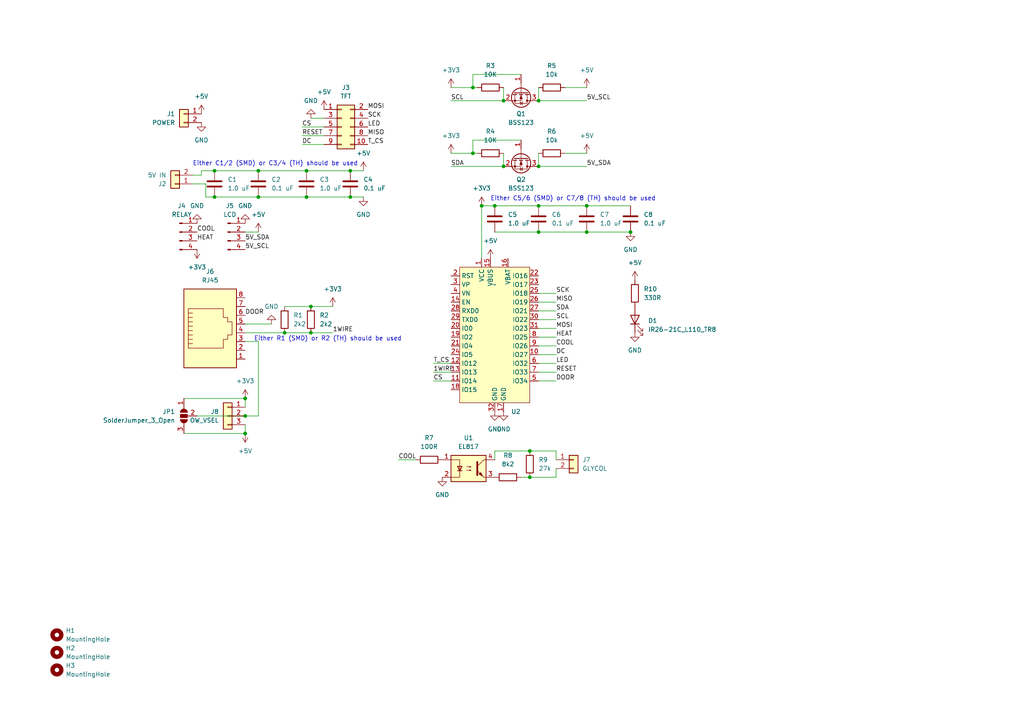
<source format=kicad_sch>
(kicad_sch (version 20230121) (generator eeschema)
  (paper "A4")
  (lib_symbols
    (symbol "Connector:Conn_01x04_Pin" (pin_names (offset 1.016) hide)
      (property "Reference" "J" (at 0 5.08 0))
      (property "Value" "Conn_01x04_Pin" (at 0 -7.62 0))
      (symbol "Conn_01x04_Pin_1_1"
        (polyline (pts (xy 1.27 -5.08) (xy 0.8636 -5.08)) (stroke (width 0.1524)))
        (polyline (pts (xy 1.27 -2.54) (xy 0.8636 -2.54)) (stroke (width 0.1524)))
        (polyline (pts (xy 1.27 0) (xy 0.8636 0)) (stroke (width 0.1524)))
        (polyline (pts (xy 1.27 2.54) (xy 0.8636 2.54)) (stroke (width 0.1524)))
        (rectangle (start 0.8636 -4.953) (end 0 -5.207) (stroke (width 0.1524)) (fill (type outline)))
        (rectangle (start 0.8636 -2.413) (end 0 -2.667) (stroke (width 0.1524)) (fill (type outline)))
        (rectangle (start 0.8636 0.127) (end 0 -0.127) (stroke (width 0.1524)) (fill (type outline)))
        (rectangle (start 0.8636 2.667) (end 0 2.413) (stroke (width 0.1524)) (fill (type outline)))
        (pin passive line (at 5.08 2.54 180) (length 3.81) (name "Pin_1") (number "1"))
        (pin passive line (at 5.08 0 180) (length 3.81) (name "Pin_2") (number "2"))
        (pin passive line (at 5.08 -2.54 180) (length 3.81) (name "Pin_3") (number "3"))
        (pin passive line (at 5.08 -5.08 180) (length 3.81) (name "Pin_4") (number "4"))
      )
    )
    (symbol "Connector:RJ45" (pin_names (offset 1.016))
      (property "Reference" "J" (at -5.08 13.97 0))
      (property "Value" "RJ45" (at 2.54 13.97 0))
      (symbol "RJ45_0_1"
        (polyline (pts (xy -5.08 4.445) (xy -6.35 4.445)))
        (polyline (pts (xy -5.08 5.715) (xy -6.35 5.715)))
        (polyline (pts (xy -6.35 -3.175) (xy -5.08 -3.175) (xy -5.08 -3.175)))
        (polyline (pts (xy -6.35 -1.905) (xy -5.08 -1.905) (xy -5.08 -1.905)))
        (polyline (pts (xy -6.35 -0.635) (xy -5.08 -0.635) (xy -5.08 -0.635)))
        (polyline (pts (xy -6.35 0.635) (xy -5.08 0.635) (xy -5.08 0.635)))
        (polyline (pts (xy -6.35 1.905) (xy -5.08 1.905) (xy -5.08 1.905)))
        (polyline (pts (xy -5.08 3.175) (xy -6.35 3.175) (xy -6.35 3.175)))
        (polyline (pts (xy -6.35 -4.445) (xy -6.35 6.985) (xy 3.81 6.985) (xy 3.81 4.445) (xy 5.08 4.445) (xy 5.08 3.175) (xy 6.35 3.175) (xy 6.35 -0.635) (xy 5.08 -0.635) (xy 5.08 -1.905) (xy 3.81 -1.905) (xy 3.81 -4.445) (xy -6.35 -4.445) (xy -6.35 -4.445)))
        (rectangle (start 7.62 12.7) (end -7.62 -10.16) (stroke (width 0.254)) (fill (type background)))
      )
      (symbol "RJ45_1_1"
        (pin passive line (at 10.16 -7.62 180) (length 2.54) (name "~") (number "1"))
        (pin passive line (at 10.16 -5.08 180) (length 2.54) (name "~") (number "2"))
        (pin passive line (at 10.16 -2.54 180) (length 2.54) (name "~") (number "3"))
        (pin passive line (at 10.16 0 180) (length 2.54) (name "~") (number "4"))
        (pin passive line (at 10.16 2.54 180) (length 2.54) (name "~") (number "5"))
        (pin passive line (at 10.16 5.08 180) (length 2.54) (name "~") (number "6"))
        (pin passive line (at 10.16 7.62 180) (length 2.54) (name "~") (number "7"))
        (pin passive line (at 10.16 10.16 180) (length 2.54) (name "~") (number "8"))
      )
    )
    (symbol "Connector_Generic:Conn_01x02" (pin_names (offset 1.016) hide)
      (property "Reference" "J" (at 0 2.54 0))
      (property "Value" "Conn_01x02" (at 0 -5.08 0))
      (symbol "Conn_01x02_1_1"
        (rectangle (start -1.27 -2.413) (end 0 -2.667) (stroke (width 0.1524)))
        (rectangle (start -1.27 0.127) (end 0 -0.127) (stroke (width 0.1524)))
        (rectangle (start -1.27 1.27) (end 1.27 -3.81) (stroke (width 0.254)) (fill (type background)))
        (pin passive line (at -5.08 0 0) (length 3.81) (name "Pin_1") (number "1"))
        (pin passive line (at -5.08 -2.54 0) (length 3.81) (name "Pin_2") (number "2"))
      )
    )
    (symbol "Connector_Generic:Conn_01x03" (pin_names (offset 1.016) hide)
      (property "Reference" "J" (at 0 5.08 0))
      (property "Value" "Conn_01x03" (at 0 -5.08 0))
      (symbol "Conn_01x03_1_1"
        (rectangle (start -1.27 -2.413) (end 0 -2.667) (stroke (width 0.1524)))
        (rectangle (start -1.27 0.127) (end 0 -0.127) (stroke (width 0.1524)))
        (rectangle (start -1.27 2.667) (end 0 2.413) (stroke (width 0.1524)))
        (rectangle (start -1.27 3.81) (end 1.27 -3.81) (stroke (width 0.254)) (fill (type background)))
        (pin passive line (at -5.08 2.54 0) (length 3.81) (name "Pin_1") (number "1"))
        (pin passive line (at -5.08 0 0) (length 3.81) (name "Pin_2") (number "2"))
        (pin passive line (at -5.08 -2.54 0) (length 3.81) (name "Pin_3") (number "3"))
      )
    )
    (symbol "Connector_Generic:Conn_02x05_Odd_Even" (pin_names (offset 1.016) hide)
      (property "Reference" "J" (at 1.27 7.62 0))
      (property "Value" "Conn_02x05_Odd_Even" (at 1.27 -7.62 0))
      (symbol "Conn_02x05_Odd_Even_1_1"
        (rectangle (start -1.27 -4.953) (end 0 -5.207) (stroke (width 0.1524)))
        (rectangle (start -1.27 -2.413) (end 0 -2.667) (stroke (width 0.1524)))
        (rectangle (start -1.27 0.127) (end 0 -0.127) (stroke (width 0.1524)))
        (rectangle (start -1.27 2.667) (end 0 2.413) (stroke (width 0.1524)))
        (rectangle (start -1.27 5.207) (end 0 4.953) (stroke (width 0.1524)))
        (rectangle (start -1.27 6.35) (end 3.81 -6.35) (stroke (width 0.254)) (fill (type background)))
        (rectangle (start 3.81 -4.953) (end 2.54 -5.207) (stroke (width 0.1524)))
        (rectangle (start 3.81 -2.413) (end 2.54 -2.667) (stroke (width 0.1524)))
        (rectangle (start 3.81 0.127) (end 2.54 -0.127) (stroke (width 0.1524)))
        (rectangle (start 3.81 2.667) (end 2.54 2.413) (stroke (width 0.1524)))
        (rectangle (start 3.81 5.207) (end 2.54 4.953) (stroke (width 0.1524)))
        (pin passive line (at -5.08 5.08 0) (length 3.81) (name "Pin_1") (number "1"))
        (pin passive line (at 7.62 -5.08 180) (length 3.81) (name "Pin_10") (number "10"))
        (pin passive line (at 7.62 5.08 180) (length 3.81) (name "Pin_2") (number "2"))
        (pin passive line (at -5.08 2.54 0) (length 3.81) (name "Pin_3") (number "3"))
        (pin passive line (at 7.62 2.54 180) (length 3.81) (name "Pin_4") (number "4"))
        (pin passive line (at -5.08 0 0) (length 3.81) (name "Pin_5") (number "5"))
        (pin passive line (at 7.62 0 180) (length 3.81) (name "Pin_6") (number "6"))
        (pin passive line (at -5.08 -2.54 0) (length 3.81) (name "Pin_7") (number "7"))
        (pin passive line (at 7.62 -2.54 180) (length 3.81) (name "Pin_8") (number "8"))
        (pin passive line (at -5.08 -5.08 0) (length 3.81) (name "Pin_9") (number "9"))
      )
    )
    (symbol "Device:C" (pin_numbers hide) (pin_names (offset 0.254))
      (property "Reference" "C" (at 0.635 2.54 0))
      (property "Value" "C" (at 0.635 -2.54 0))
      (symbol "C_0_1"
        (polyline (pts (xy -2.032 -0.762) (xy 2.032 -0.762)) (stroke (width 0.508)))
        (polyline (pts (xy -2.032 0.762) (xy 2.032 0.762)) (stroke (width 0.508)))
      )
      (symbol "C_1_1"
        (pin passive line (at 0 3.81 270) (length 2.794) (name "~") (number "1"))
        (pin passive line (at 0 -3.81 90) (length 2.794) (name "~") (number "2"))
      )
    )
    (symbol "Device:R" (pin_numbers hide) (pin_names (offset 0))
      (property "Reference" "R" (at 2.032 0 90))
      (property "Value" "R" (at 0 0 90))
      (symbol "R_0_1"
        (rectangle (start -1.016 -2.54) (end 1.016 2.54) (stroke (width 0.254)))
      )
      (symbol "R_1_1"
        (pin passive line (at 0 3.81 270) (length 1.27) (name "~") (number "1"))
        (pin passive line (at 0 -3.81 90) (length 1.27) (name "~") (number "2"))
      )
    )
    (symbol "Isolator:EL817" (pin_names (offset 1.016))
      (property "Reference" "U" (at -5.08 5.08 0))
      (property "Value" "EL817" (at 0 5.08 0))
      (symbol "EL817_0_1"
        (rectangle (start -5.08 3.81) (end 5.08 -3.81) (stroke (width 0.254)) (fill (type background)))
        (polyline (pts (xy -3.175 -0.635) (xy -1.905 -0.635)) (stroke (width 0.254)))
        (polyline (pts (xy 2.54 0.635) (xy 4.445 2.54)))
        (polyline (pts (xy 4.445 -2.54) (xy 2.54 -0.635)) (fill (type outline)))
        (polyline (pts (xy 4.445 -2.54) (xy 5.08 -2.54)))
        (polyline (pts (xy 4.445 2.54) (xy 5.08 2.54)))
        (polyline (pts (xy -5.08 2.54) (xy -2.54 2.54) (xy -2.54 -0.635)))
        (polyline (pts (xy -2.54 -0.635) (xy -2.54 -2.54) (xy -5.08 -2.54)))
        (polyline (pts (xy 2.54 1.905) (xy 2.54 -1.905) (xy 2.54 -1.905)) (stroke (width 0.508)))
        (polyline (pts (xy -2.54 -0.635) (xy -3.175 0.635) (xy -1.905 0.635) (xy -2.54 -0.635)) (stroke (width 0.254)))
        (polyline (pts (xy -0.508 -0.508) (xy 0.762 -0.508) (xy 0.381 -0.635) (xy 0.381 -0.381) (xy 0.762 -0.508)))
        (polyline (pts (xy -0.508 0.508) (xy 0.762 0.508) (xy 0.381 0.381) (xy 0.381 0.635) (xy 0.762 0.508)))
        (polyline (pts (xy 3.048 -1.651) (xy 3.556 -1.143) (xy 4.064 -2.159) (xy 3.048 -1.651) (xy 3.048 -1.651)) (fill (type outline)))
      )
      (symbol "EL817_1_1"
        (pin passive line (at -7.62 2.54 0) (length 2.54) (name "~") (number "1"))
        (pin passive line (at -7.62 -2.54 0) (length 2.54) (name "~") (number "2"))
        (pin passive line (at 7.62 -2.54 180) (length 2.54) (name "~") (number "3"))
        (pin passive line (at 7.62 2.54 180) (length 2.54) (name "~") (number "4"))
      )
    )
    (symbol "Jumper:SolderJumper_3_Open" (pin_names (offset 0) hide)
      (property "Reference" "JP" (at -2.54 -2.54 0))
      (property "Value" "SolderJumper_3_Open" (at 0 2.794 0))
      (symbol "SolderJumper_3_Open_0_1"
        (arc (start -1.016 1.016) (mid -2.0276 0) (end -1.016 -1.016))
        (arc (start -1.016 1.016) (mid -2.0276 0) (end -1.016 -1.016) (fill (type outline)))
        (rectangle (start -0.508 1.016) (end 0.508 -1.016) (fill (type outline)))
        (polyline (pts (xy -2.54 0) (xy -2.032 0)))
        (polyline (pts (xy -1.016 1.016) (xy -1.016 -1.016)))
        (polyline (pts (xy 0 -1.27) (xy 0 -1.016)))
        (polyline (pts (xy 1.016 1.016) (xy 1.016 -1.016)))
        (polyline (pts (xy 2.54 0) (xy 2.032 0)))
        (arc (start 1.016 -1.016) (mid 2.0276 0) (end 1.016 1.016))
        (arc (start 1.016 -1.016) (mid 2.0276 0) (end 1.016 1.016) (fill (type outline)))
      )
      (symbol "SolderJumper_3_Open_1_1"
        (pin passive line (at -5.08 0 0) (length 2.54) (name "A") (number "1"))
        (pin passive line (at 0 -3.81 90) (length 2.54) (name "C") (number "2"))
        (pin passive line (at 5.08 0 180) (length 2.54) (name "B") (number "3"))
      )
    )
    (symbol "LED:IR26-21C_L110_TR8" (pin_numbers hide) (pin_names (offset 1.016) hide)
      (property "Reference" "D" (at 0 2.54 0))
      (property "Value" "IR26-21C_L110_TR8" (at 0 -3.81 0))
      (symbol "IR26-21C_L110_TR8_0_1"
        (polyline (pts (xy -1.27 -1.27) (xy -1.27 1.27)) (stroke (width 0.254)))
        (polyline (pts (xy -1.27 0) (xy 1.27 0)))
        (polyline (pts (xy 1.27 -1.27) (xy 1.27 1.27) (xy -1.27 0) (xy 1.27 -1.27)) (stroke (width 0.254)))
        (polyline (pts (xy -3.048 -0.762) (xy -4.572 -2.286) (xy -3.81 -2.286) (xy -4.572 -2.286) (xy -4.572 -1.524)))
        (polyline (pts (xy -1.778 -0.762) (xy -3.302 -2.286) (xy -2.54 -2.286) (xy -3.302 -2.286) (xy -3.302 -1.524)))
      )
      (symbol "IR26-21C_L110_TR8_1_1"
        (pin passive line (at -3.81 0 0) (length 2.54) (name "K") (number "1"))
        (pin passive line (at 3.81 0 180) (length 2.54) (name "A") (number "2"))
      )
    )
    (symbol "MCU_Lolin_D32:Lolin_D32"
      (property "Reference" "U" (at 0 21.59 0))
      (symbol "Lolin_D32_1_1"
        (rectangle (start -10.16 19.05) (end 10.16 -20.32) (fill (type background)))
        (pin power_in line (at -3.81 21.59 270) (length 2.54) (name "VCC") (number "1"))
        (pin bidirectional line (at 12.7 -6.35 180) (length 2.54) (name "IO27") (number "10"))
        (pin bidirectional line (at -12.7 -13.97 0) (length 2.54) (name "IO14") (number "11"))
        (pin bidirectional line (at -12.7 -8.89 0) (length 2.54) (name "IO12") (number "12"))
        (pin bidirectional line (at -12.7 -11.43 0) (length 2.54) (name "IO13") (number "13"))
        (pin input line (at -12.7 8.89 0) (length 2.54) (name "EN") (number "14"))
        (pin power_in line (at -1.27 21.59 270) (length 2.54) (name "VBUS") (number "15"))
        (pin power_in line (at 3.81 21.59 270) (length 2.54) (name "VBAT") (number "16"))
        (pin power_in line (at 2.54 -22.86 90) (length 2.54) (name "GND") (number "17"))
        (pin bidirectional line (at -12.7 -16.51 0) (length 2.54) (name "IO15") (number "18"))
        (pin bidirectional line (at -12.7 -1.27 0) (length 2.54) (name "IO2") (number "19"))
        (pin input line (at -12.7 16.51 0) (length 2.54) (name "RST") (number "2"))
        (pin bidirectional line (at -12.7 1.27 0) (length 2.54) (name "IO0") (number "20"))
        (pin bidirectional line (at -12.7 -3.81 0) (length 2.54) (name "IO4") (number "21"))
        (pin bidirectional line (at 12.7 16.51 180) (length 2.54) (name "IO16") (number "22"))
        (pin bidirectional line (at 12.7 13.97 180) (length 2.54) (name "IO17") (number "23"))
        (pin bidirectional line (at -12.7 -6.35 0) (length 2.54) (name "IO5") (number "24"))
        (pin bidirectional line (at 12.7 11.43 180) (length 2.54) (name "IO18") (number "25"))
        (pin bidirectional line (at 12.7 8.89 180) (length 2.54) (name "IO19") (number "26"))
        (pin bidirectional line (at 12.7 6.35 180) (length 2.54) (name "IO21") (number "27"))
        (pin input line (at -12.7 6.35 0) (length 2.54) (name "RXD0") (number "28"))
        (pin output line (at -12.7 3.81 0) (length 2.54) (name "TXD0") (number "29"))
        (pin input line (at -12.7 13.97 0) (length 2.54) (name "VP") (number "3"))
        (pin bidirectional line (at 12.7 3.81 180) (length 2.54) (name "IO22") (number "30"))
        (pin bidirectional line (at 12.7 1.27 180) (length 2.54) (name "IO23") (number "31"))
        (pin power_in line (at 0 -22.86 90) (length 2.54) (name "GND") (number "32"))
        (pin input line (at -12.7 11.43 0) (length 2.54) (name "VN") (number "4"))
        (pin bidirectional line (at 12.7 -13.97 180) (length 2.54) (name "IO34") (number "5"))
        (pin bidirectional line (at 12.7 -8.89 180) (length 2.54) (name "IO32") (number "6"))
        (pin bidirectional line (at 12.7 -11.43 180) (length 2.54) (name "IO33") (number "7"))
        (pin bidirectional line (at 12.7 -1.27 180) (length 2.54) (name "IO25") (number "8"))
        (pin bidirectional line (at 12.7 -3.81 180) (length 2.54) (name "IO26") (number "9"))
      )
    )
    (symbol "Mechanical:MountingHole" (pin_names (offset 1.016))
      (property "Reference" "H" (at 0 5.08 0))
      (property "Value" "MountingHole" (at 0 3.175 0))
      (symbol "MountingHole_0_1"
        (circle (center 0 0) (radius 1.27) (stroke (width 1.27)))
      )
    )
    (symbol "Transistor_FET:BSS123" (pin_names hide)
      (property "Reference" "Q" (at 5.08 1.905 0))
      (property "Value" "BSS123" (at 5.08 0 0))
      (symbol "BSS123_0_1"
        (polyline (pts (xy 0.254 0) (xy -2.54 0)))
        (polyline (pts (xy 0.254 1.905) (xy 0.254 -1.905)) (stroke (width 0.254)))
        (polyline (pts (xy 0.762 -1.27) (xy 0.762 -2.286)) (stroke (width 0.254)))
        (polyline (pts (xy 0.762 0.508) (xy 0.762 -0.508)) (stroke (width 0.254)))
        (polyline (pts (xy 0.762 2.286) (xy 0.762 1.27)) (stroke (width 0.254)))
        (polyline (pts (xy 2.54 2.54) (xy 2.54 1.778)))
        (polyline (pts (xy 2.54 -2.54) (xy 2.54 0) (xy 0.762 0)))
        (polyline (pts (xy 0.762 -1.778) (xy 3.302 -1.778) (xy 3.302 1.778) (xy 0.762 1.778)))
        (polyline (pts (xy 1.016 0) (xy 2.032 0.381) (xy 2.032 -0.381) (xy 1.016 0)) (fill (type outline)))
        (polyline (pts (xy 2.794 0.508) (xy 2.921 0.381) (xy 3.683 0.381) (xy 3.81 0.254)))
        (polyline (pts (xy 3.302 0.381) (xy 2.921 -0.254) (xy 3.683 -0.254) (xy 3.302 0.381)))
        (circle (center 1.651 0) (radius 2.794) (stroke (width 0.254)))
        (circle (center 2.54 -1.778) (radius 0.254) (fill (type outline)))
        (circle (center 2.54 1.778) (radius 0.254) (fill (type outline)))
      )
      (symbol "BSS123_1_1"
        (pin input line (at -5.08 0 0) (length 2.54) (name "G") (number "1"))
        (pin passive line (at 2.54 -5.08 90) (length 2.54) (name "S") (number "2"))
        (pin passive line (at 2.54 5.08 270) (length 2.54) (name "D") (number "3"))
      )
    )
    (symbol "power:+3V3" (power) (pin_names (offset 0))
      (property "Value" "+3V3" (at 0 3.556 0))
      (symbol "+3V3_0_1"
        (polyline (pts (xy -0.762 1.27) (xy 0 2.54)))
        (polyline (pts (xy 0 0) (xy 0 2.54)))
        (polyline (pts (xy 0 2.54) (xy 0.762 1.27)))
      )
      (symbol "+3V3_1_1"
        (pin power_in line (at 0 0 90) (length 0) hide (name "+3V3") (number "1"))
      )
    )
    (symbol "power:+5V" (power) (pin_names (offset 0))
      (property "Value" "+5V" (at 0 3.556 0))
      (symbol "+5V_0_1"
        (polyline (pts (xy -0.762 1.27) (xy 0 2.54)))
        (polyline (pts (xy 0 0) (xy 0 2.54)))
        (polyline (pts (xy 0 2.54) (xy 0.762 1.27)))
      )
      (symbol "+5V_1_1"
        (pin power_in line (at 0 0 90) (length 0) hide (name "+5V") (number "1"))
      )
    )
    (symbol "power:GND" (power) (pin_names (offset 0))
      (property "Value" "GND" (at 0 -3.81 0))
      (symbol "GND_0_1"
        (polyline (pts (xy 0 0) (xy 0 -1.27) (xy 1.27 -1.27) (xy 0 -2.54) (xy -1.27 -1.27) (xy 0 -1.27)))
      )
      (symbol "GND_1_1"
        (pin power_in line (at 0 0 270) (length 0) hide (name "GND") (number "1"))
      )
    )
  )
  (junction (at 71.12 125.73))
  (junction (at 153.67 130.81))
  (junction (at 170.18 67.31))
  (junction (at 143.51 59.69))
  (junction (at 101.6 57.15))
  (junction (at 74.93 49.53))
  (junction (at 156.21 29.21))
  (junction (at 170.18 59.69))
  (junction (at 146.05 29.21))
  (junction (at 88.9 57.15))
  (junction (at 62.23 57.15))
  (junction (at 90.17 88.9))
  (junction (at 101.6 49.53))
  (junction (at 153.67 138.43))
  (junction (at 182.88 67.31))
  (junction (at 146.05 48.26))
  (junction (at 88.9 49.53))
  (junction (at 156.21 59.69))
  (junction (at 139.7 59.69))
  (junction (at 156.21 48.26))
  (junction (at 156.21 67.31))
  (junction (at 71.12 120.65))
  (junction (at 82.55 96.52))
  (junction (at 71.12 115.57))
  (junction (at 137.16 44.45))
  (junction (at 74.93 57.15))
  (junction (at 137.16 25.4))
  (junction (at 90.17 96.52))
  (junction (at 62.23 49.53))
  (wire (pts (xy 182.88 67.31) (xy 170.18 67.31)))
  (wire (pts (xy 88.9 57.15) (xy 74.93 57.15)))
  (wire (pts (xy 71.12 115.57) (xy 71.12 118.11)))
  (wire (pts (xy 156.21 29.21) (xy 170.18 29.21)))
  (wire (pts (xy 139.7 59.69) (xy 143.51 59.69)))
  (wire (pts (xy 156.21 100.33) (xy 161.29 100.33)))
  (wire (pts (xy 137.16 44.45) (xy 137.16 40.64)))
  (wire (pts (xy 156.21 102.87) (xy 161.29 102.87)))
  (wire (pts (xy 137.16 40.64) (xy 151.13 40.64)))
  (wire (pts (xy 156.21 97.79) (xy 161.29 97.79)))
  (wire (pts (xy 137.16 44.45) (xy 138.43 44.45)))
  (wire (pts (xy 87.63 36.83) (xy 93.98 36.83)))
  (wire (pts (xy 58.42 50.8) (xy 58.42 49.53)))
  (wire (pts (xy 71.12 120.65) (xy 74.93 120.65)))
  (wire (pts (xy 74.93 99.06) (xy 71.12 99.06)))
  (wire (pts (xy 170.18 59.69) (xy 156.21 59.69)))
  (wire (pts (xy 146.05 25.4) (xy 146.05 29.21)))
  (wire (pts (xy 137.16 25.4) (xy 137.16 21.59)))
  (wire (pts (xy 105.41 57.15) (xy 101.6 57.15)))
  (wire (pts (xy 153.67 138.43) (xy 161.29 138.43)))
  (wire (pts (xy 146.05 44.45) (xy 146.05 48.26)))
  (wire (pts (xy 71.12 125.73) (xy 71.12 123.19)))
  (wire (pts (xy 59.69 57.15) (xy 59.69 53.34)))
  (wire (pts (xy 62.23 49.53) (xy 74.93 49.53)))
  (wire (pts (xy 156.21 92.71) (xy 161.29 92.71)))
  (wire (pts (xy 90.17 96.52) (xy 96.52 96.52)))
  (wire (pts (xy 151.13 138.43) (xy 153.67 138.43)))
  (wire (pts (xy 156.21 25.4) (xy 156.21 29.21)))
  (wire (pts (xy 156.21 85.09) (xy 161.29 85.09)))
  (wire (pts (xy 125.73 105.41) (xy 130.81 105.41)))
  (wire (pts (xy 90.17 34.29) (xy 93.98 34.29)))
  (wire (pts (xy 156.21 107.95) (xy 161.29 107.95)))
  (wire (pts (xy 82.55 96.52) (xy 90.17 96.52)))
  (wire (pts (xy 101.6 57.15) (xy 88.9 57.15)))
  (wire (pts (xy 130.81 48.26) (xy 146.05 48.26)))
  (wire (pts (xy 156.21 105.41) (xy 161.29 105.41)))
  (wire (pts (xy 90.17 88.9) (xy 96.52 88.9)))
  (wire (pts (xy 163.83 44.45) (xy 170.18 44.45)))
  (wire (pts (xy 156.21 48.26) (xy 170.18 48.26)))
  (wire (pts (xy 71.12 120.65) (xy 57.15 120.65)))
  (wire (pts (xy 125.73 107.95) (xy 130.81 107.95)))
  (wire (pts (xy 71.12 96.52) (xy 82.55 96.52)))
  (wire (pts (xy 53.34 115.57) (xy 71.12 115.57)))
  (wire (pts (xy 130.81 25.4) (xy 137.16 25.4)))
  (wire (pts (xy 161.29 138.43) (xy 161.29 135.89)))
  (wire (pts (xy 139.7 59.69) (xy 139.7 74.93)))
  (wire (pts (xy 71.12 93.98) (xy 78.74 93.98)))
  (wire (pts (xy 53.34 125.73) (xy 71.12 125.73)))
  (wire (pts (xy 137.16 21.59) (xy 151.13 21.59)))
  (wire (pts (xy 153.67 130.81) (xy 161.29 130.81)))
  (wire (pts (xy 156.21 90.17) (xy 161.29 90.17)))
  (wire (pts (xy 88.9 49.53) (xy 74.93 49.53)))
  (wire (pts (xy 82.55 88.9) (xy 90.17 88.9)))
  (wire (pts (xy 115.57 133.35) (xy 120.65 133.35)))
  (wire (pts (xy 71.12 67.31) (xy 74.93 67.31)))
  (wire (pts (xy 101.6 49.53) (xy 88.9 49.53)))
  (wire (pts (xy 156.21 87.63) (xy 161.29 87.63)))
  (wire (pts (xy 58.42 49.53) (xy 62.23 49.53)))
  (wire (pts (xy 163.83 25.4) (xy 170.18 25.4)))
  (wire (pts (xy 55.88 50.8) (xy 58.42 50.8)))
  (wire (pts (xy 161.29 130.81) (xy 161.29 133.35)))
  (wire (pts (xy 105.41 49.53) (xy 101.6 49.53)))
  (wire (pts (xy 143.51 133.35) (xy 143.51 130.81)))
  (wire (pts (xy 130.81 44.45) (xy 137.16 44.45)))
  (wire (pts (xy 170.18 67.31) (xy 156.21 67.31)))
  (wire (pts (xy 182.88 59.69) (xy 170.18 59.69)))
  (wire (pts (xy 156.21 44.45) (xy 156.21 48.26)))
  (wire (pts (xy 55.88 53.34) (xy 59.69 53.34)))
  (wire (pts (xy 87.63 41.91) (xy 93.98 41.91)))
  (wire (pts (xy 156.21 95.25) (xy 161.29 95.25)))
  (wire (pts (xy 143.51 130.81) (xy 153.67 130.81)))
  (wire (pts (xy 125.73 110.49) (xy 130.81 110.49)))
  (wire (pts (xy 87.63 39.37) (xy 93.98 39.37)))
  (wire (pts (xy 130.81 29.21) (xy 146.05 29.21)))
  (wire (pts (xy 143.51 59.69) (xy 156.21 59.69)))
  (wire (pts (xy 156.21 110.49) (xy 161.29 110.49)))
  (wire (pts (xy 62.23 57.15) (xy 74.93 57.15)))
  (wire (pts (xy 137.16 25.4) (xy 138.43 25.4)))
  (wire (pts (xy 74.93 120.65) (xy 74.93 99.06)))
  (wire (pts (xy 143.51 67.31) (xy 156.21 67.31)))
  (wire (pts (xy 62.23 57.15) (xy 59.69 57.15)))
  (text "Either C1/2 (SMD) or C3/4 (TH) should be used" (at 55.88 48.26 0) (effects (font (size 1.27 1.27)) (justify left bottom)))
  (text "Either R1 (SMD) or R2 (TH) should be used" (at 73.66 99.06 0) (effects (font (size 1.27 1.27)) (justify left bottom)))
  (text "Either C5/6 (SMD) or C7/8 (TH) should be used" (at 142.24 58.42 0) (effects (font (size 1.27 1.27)) (justify left bottom)))
  (label "T_CS" (at 125.73 105.41 0))
  (label "HEAT" (at 161.29 97.79 0))
  (label "SCL" (at 130.81 29.21 0))
  (label "T_CS" (at 106.68 41.91 0))
  (label "MOSI" (at 106.68 31.75 0))
  (label "HEAT" (at 57.15 69.85 0))
  (label "COOL" (at 57.15 67.31 0))
  (label "SCL" (at 161.29 92.71 0))
  (label "LED" (at 106.68 36.83 0))
  (label "COOL" (at 161.29 100.33 0))
  (label "DOOR" (at 161.29 110.49 0))
  (label "1WIRE" (at 96.52 96.52 0))
  (label "5V_SCL" (at 71.12 72.39 0))
  (label "5V_SCL" (at 170.18 29.21 0))
  (label "MOSI" (at 161.29 95.25 0))
  (label "CS" (at 87.63 36.83 0))
  (label "COOL" (at 115.57 133.35 0))
  (label "1WIRE" (at 125.73 107.95 0))
  (label "DC" (at 161.29 102.87 0))
  (label "DC" (at 87.63 41.91 0))
  (label "SCK" (at 161.29 85.09 0))
  (label "MISO" (at 106.68 39.37 0))
  (label "SDA" (at 130.81 48.26 0))
  (label "LED" (at 161.29 105.41 0))
  (label "DOOR" (at 71.12 91.44 0))
  (label "5V_SDA" (at 170.18 48.26 0))
  (label "MISO" (at 161.29 87.63 0))
  (label "SDA" (at 161.29 90.17 0))
  (label "SCK" (at 106.68 34.29 0))
  (label "RESET" (at 161.29 107.95 0))
  (label "5V_SDA" (at 71.12 69.85 0))
  (label "CS" (at 125.73 110.49 0))
  (label "RESET" (at 87.63 39.37 0))
  (symbol (lib_id "power:+5V") (at 105.41 49.53 0) (mirror y) (unit 1)
    (property "Reference" "#PWR02" (effects hide))
    (property "Value" "+5V" (at 105.41 44.45 0))
  )
  (symbol (lib_id "power:GND") (at 57.15 64.77 0) (mirror x) (unit 1)
    (property "Reference" "#PWR08" (effects hide))
    (property "Value" "GND" (at 57.15 59.69 0))
  )
  (symbol (lib_id "Mechanical:MountingHole") (at 16.51 189.23 0) (unit 1)
    (property "Reference" "H2" (at 19.05 187.96 0) (effects (justify left)))
    (property "Value" "MountingHole" (at 19.05 190.5 0) (effects (justify left)))
    (property "Footprint" "MountingHole:MountingHole_3.2mm_M3" (effects hide))
  )
  (symbol (lib_id "power:+5V") (at 71.12 125.73 0) (mirror x) (unit 1)
    (property "Reference" "#PWR020" (effects hide))
    (property "Value" "+5V" (at 71.12 130.81 0))
  )
  (symbol (lib_id "Device:C") (at 156.21 63.5 0) (unit 1)
    (property "Reference" "C6" (at 160.02 62.23 0) (effects (justify left)))
    (property "Value" "0.1 uF" (at 160.02 64.77 0) (effects (justify left)))
    (property "Footprint" "Capacitor_SMD:C_0805_2012Metric_Pad1.18x1.45mm_HandSolder" (effects hide))
    (property "LCSC" "C49678" (effects hide))
  )
  (symbol (lib_id "power:+5V") (at 142.24 74.93 0) (mirror y) (unit 1)
    (property "Reference" "#PWR023" (effects hide))
    (property "Value" "+5V" (at 142.24 69.85 0))
  )
  (symbol (lib_id "power:+3V3") (at 130.81 44.45 0) (unit 1)
    (property "Reference" "#PWR015" (effects hide))
    (property "Value" "+3V3" (at 130.81 39.37 0))
  )
  (symbol (lib_id "power:+3V3") (at 71.12 115.57 0) (mirror y) (unit 1)
    (property "Reference" "#PWR019" (effects hide))
    (property "Value" "+3V3" (at 71.12 110.49 0))
  )
  (symbol (lib_id "Connector:Conn_01x04_Pin") (at 52.07 67.31 0) (unit 1)
    (property "Reference" "J4" (at 52.705 59.69 0))
    (property "Value" "RELAY" (at 52.705 62.23 0))
    (property "Footprint" "Connector_PinHeader_2.54mm:PinHeader_1x04_P2.54mm_Vertical" (effects hide))
  )
  (symbol (lib_id "power:+5V") (at 74.93 67.31 0) (unit 1)
    (property "Reference" "#PWR011" (effects hide))
    (property "Value" "+5V" (at 74.93 62.23 0))
  )
  (symbol (lib_id "power:GND") (at 78.74 93.98 0) (mirror x) (unit 1)
    (property "Reference" "#PWR012" (effects hide))
    (property "Value" "GND" (at 78.74 88.9 0))
  )
  (symbol (lib_id "Connector:Conn_01x04_Pin") (at 66.04 67.31 0) (unit 1)
    (property "Reference" "J5" (at 66.675 59.69 0))
    (property "Value" "LCD" (at 66.675 62.23 0))
    (property "Footprint" "Connector_PinHeader_2.54mm:PinHeader_1x04_P2.54mm_Vertical" (effects hide))
  )
  (symbol (lib_id "Transistor_FET:BSS123") (at 151.13 26.67 270) (unit 1)
    (property "Reference" "Q1" (at 151.13 33.02 90))
    (property "Value" "BSS123" (at 151.13 35.56 90))
    (property "Footprint" "Package_TO_SOT_SMD:SOT-23-3" (effects hide))
    (property "Datasheet" "http://www.diodes.com/assets/Datasheets/ds30366.pdf" (effects hide))
    (property "LCSC" "C7420338" (effects hide))
  )
  (symbol (lib_id "Device:C") (at 101.6 53.34 0) (unit 1)
    (property "Reference" "C4" (at 105.41 52.07 0) (effects (justify left)))
    (property "Value" "0.1 uF" (at 105.41 54.61 0) (effects (justify left)))
    (property "Footprint" "Capacitor_THT:C_Disc_D3.0mm_W1.6mm_P2.50mm" (effects hide))
  )
  (symbol (lib_id "Isolator:EL817") (at 135.89 135.89 0) (unit 1)
    (property "Reference" "U1" (at 135.89 127 0))
    (property "Value" "EL817" (at 135.89 129.54 0))
    (property "Footprint" "PCM_Package_DIP_AKL:DIP-4_W8.89mm_SMDSocket_LongPads" (effects hide))
    (property "Datasheet" "http://www.everlight.com/file/ProductFile/EL817.pdf" (effects hide))
    (property "LCSC" "C106900" (effects hide))
  )
  (symbol (lib_id "power:+5V") (at 93.98 31.75 0) (unit 1)
    (property "Reference" "#PWR03" (effects hide))
    (property "Value" "+5V" (at 93.98 26.67 0))
  )
  (symbol (lib_id "power:+5V") (at 170.18 25.4 0) (unit 1)
    (property "Reference" "#PWR014" (effects hide))
    (property "Value" "+5V" (at 170.18 20.32 0))
  )
  (symbol (lib_id "Mechanical:MountingHole") (at 16.51 194.31 0) (unit 1)
    (property "Reference" "H3" (at 19.05 193.04 0) (effects (justify left)))
    (property "Value" "MountingHole" (at 19.05 195.58 0) (effects (justify left)))
    (property "Footprint" "MountingHole:MountingHole_3.2mm_M3" (effects hide))
  )
  (symbol (lib_id "Device:R") (at 184.15 85.09 0) (unit 1)
    (property "Reference" "R10" (at 186.69 83.82 0) (effects (justify left)))
    (property "Value" "330R" (at 186.69 86.36 0) (effects (justify left)))
    (property "Footprint" "Resistor_SMD:R_0805_2012Metric_Pad1.20x1.40mm_HandSolder" (effects hide))
    (property "LCSC" "C17630" (effects hide))
  )
  (symbol (lib_id "power:GND") (at 143.51 119.38 0) (mirror y) (unit 1)
    (property "Reference" "#PWR021" (effects hide))
    (property "Value" "GND" (at 143.51 124.46 0))
  )
  (symbol (lib_id "MCU_Lolin_D32:Lolin_D32") (at 143.51 96.52 0) (unit 1)
    (property "Reference" "U2" (at 148.2441 119.38 0) (effects (justify left)))
    (property "Value" "~" (at 143.51 82.55 0))
    (property "Footprint" "MCU_Lolin_D32:Lolin_D32" (effects hide))
  )
  (symbol (lib_id "power:+3V3") (at 139.7 59.69 0) (unit 1)
    (property "Reference" "#PWR04" (effects hide))
    (property "Value" "+3V3" (at 139.7 54.61 0))
  )
  (symbol (lib_id "Connector_Generic:Conn_01x03") (at 66.04 120.65 0) (mirror y) (unit 1)
    (property "Reference" "J8" (at 63.5 119.38 0) (effects (justify left)))
    (property "Value" "OW_VSEL" (at 63.5 121.92 0) (effects (justify left)))
    (property "Footprint" "Connector_PinHeader_2.54mm:PinHeader_1x03_P2.54mm_Vertical" (effects hide))
  )
  (symbol (lib_id "power:GND") (at 146.05 119.38 0) (mirror y) (unit 1)
    (property "Reference" "#PWR022" (effects hide))
    (property "Value" "GND" (at 146.05 124.46 0))
  )
  (symbol (lib_id "Device:R") (at 160.02 44.45 90) (unit 1)
    (property "Reference" "R6" (at 160.02 38.1 90))
    (property "Value" "10k" (at 160.02 40.64 90))
    (property "Footprint" "PCM_Resistor_SMD_AKL:R_0805_2012Metric_Pad1.15x1.40mm_HandSolder" (effects hide))
    (property "LCSC" "C17414" (effects hide))
  )
  (symbol (lib_id "Mechanical:MountingHole") (at 16.51 184.15 0) (unit 1)
    (property "Reference" "H1" (at 19.05 182.88 0) (effects (justify left)))
    (property "Value" "MountingHole" (at 19.05 185.42 0) (effects (justify left)))
    (property "Footprint" "MountingHole:MountingHole_3.2mm_M3" (effects hide))
  )
  (symbol (lib_id "Device:R") (at 142.24 44.45 90) (unit 1)
    (property "Reference" "R4" (at 142.24 38.1 90))
    (property "Value" "10K" (at 142.24 40.64 90))
    (property "Footprint" "PCM_Resistor_SMD_AKL:R_0805_2012Metric_Pad1.15x1.40mm_HandSolder" (effects hide))
    (property "LCSC" "C17414" (effects hide))
  )
  (symbol (lib_id "power:GND") (at 184.15 96.52 0) (mirror y) (unit 1)
    (property "Reference" "#PWR026" (effects hide))
    (property "Value" "GND" (at 184.15 101.6 0))
  )
  (symbol (lib_id "Device:R") (at 160.02 25.4 90) (unit 1)
    (property "Reference" "R5" (at 160.02 19.05 90))
    (property "Value" "10k" (at 160.02 21.59 90))
    (property "Footprint" "PCM_Resistor_SMD_AKL:R_0805_2012Metric_Pad1.15x1.40mm_HandSolder" (effects hide))
    (property "LCSC" "C17414" (effects hide))
  )
  (symbol (lib_id "Device:C") (at 74.93 53.34 0) (unit 1)
    (property "Reference" "C2" (at 78.74 52.07 0) (effects (justify left)))
    (property "Value" "0.1 uF" (at 78.74 54.61 0) (effects (justify left)))
    (property "Footprint" "Capacitor_SMD:C_0805_2012Metric_Pad1.18x1.45mm_HandSolder" (effects hide))
    (property "LCSC" "C49678" (effects hide))
  )
  (symbol (lib_id "power:GND") (at 58.42 35.56 0) (mirror y) (unit 1)
    (property "Reference" "#PWR06" (effects hide))
    (property "Value" "GND" (at 58.42 40.64 0))
  )
  (symbol (lib_id "Device:C") (at 88.9 53.34 0) (unit 1)
    (property "Reference" "C3" (at 92.71 52.07 0) (effects (justify left)))
    (property "Value" "1.0 uF" (at 92.71 54.61 0) (effects (justify left)))
    (property "Footprint" "Capacitor_THT:C_Disc_D3.0mm_W1.6mm_P2.50mm" (effects hide))
  )
  (symbol (lib_id "power:GND") (at 128.27 138.43 0) (unit 1)
    (property "Reference" "#PWR018" (effects hide))
    (property "Value" "GND" (at 128.27 143.51 0))
  )
  (symbol (lib_id "power:+5V") (at 58.42 33.02 0) (mirror y) (unit 1)
    (property "Reference" "#PWR01" (effects hide))
    (property "Value" "+5V" (at 58.42 27.94 0))
  )
  (symbol (lib_id "Jumper:SolderJumper_3_Open") (at 53.34 120.65 90) (mirror x) (unit 1)
    (property "Reference" "JP1" (at 50.8 119.38 90) (effects (justify left)))
    (property "Value" "SolderJumper_3_Open" (at 50.8 121.92 90) (effects (justify left)))
    (property "Footprint" "Jumper:SolderJumper-3_P1.3mm_Open_RoundedPad1.0x1.5mm" (effects hide))
  )
  (symbol (lib_id "Device:C") (at 182.88 63.5 0) (unit 1)
    (property "Reference" "C8" (at 186.69 62.23 0) (effects (justify left)))
    (property "Value" "0.1 uF" (at 186.69 64.77 0) (effects (justify left)))
    (property "Footprint" "Capacitor_THT:C_Disc_D3.0mm_W1.6mm_P2.50mm" (effects hide))
  )
  (symbol (lib_id "Device:R") (at 153.67 134.62 180) (unit 1)
    (property "Reference" "R9" (at 156.21 133.35 0) (effects (justify right)))
    (property "Value" "27k" (at 156.21 135.89 0) (effects (justify right)))
    (property "Footprint" "PCM_Resistor_SMD_AKL:R_0805_2012Metric_Pad1.15x1.40mm_HandSolder" (effects hide))
    (property "LCSC" "C17593" (effects hide))
  )
  (symbol (lib_id "Connector:RJ45") (at 60.96 96.52 0) (unit 1)
    (property "Reference" "J6" (at 60.96 78.74 0))
    (property "Value" "RJ45" (at 60.96 81.28 0))
    (property "Footprint" "Connector_RJ:RJ45_Amphenol_54602-x08_Horizontal" (effects hide))
    (property "LCSC" "C3000202" (effects hide))
  )
  (symbol (lib_id "power:+5V") (at 170.18 44.45 0) (unit 1)
    (property "Reference" "#PWR016" (effects hide))
    (property "Value" "+5V" (at 170.18 39.37 0))
  )
  (symbol (lib_id "Device:R") (at 142.24 25.4 90) (unit 1)
    (property "Reference" "R3" (at 142.24 19.05 90))
    (property "Value" "10K" (at 142.24 21.59 90))
    (property "Footprint" "PCM_Resistor_SMD_AKL:R_0805_2012Metric_Pad1.15x1.40mm_HandSolder" (effects hide))
    (property "LCSC" "C17414" (effects hide))
  )
  (symbol (lib_id "Transistor_FET:BSS123") (at 151.13 45.72 270) (unit 1)
    (property "Reference" "Q2" (at 151.13 52.07 90))
    (property "Value" "BSS123" (at 151.13 54.61 90))
    (property "Footprint" "Package_TO_SOT_SMD:SOT-23-3" (effects hide))
    (property "Datasheet" "http://www.diodes.com/assets/Datasheets/ds30366.pdf" (effects hide))
    (property "LCSC" "C7420338" (effects hide))
  )
  (symbol (lib_id "Connector_Generic:Conn_01x02") (at 166.37 133.35 0) (unit 1)
    (property "Reference" "J7" (at 168.91 133.35 0) (effects (justify left)))
    (property "Value" "GLYCOL" (at 168.91 135.89 0) (effects (justify left)))
    (property "Footprint" "Connector_PinHeader_2.54mm:PinHeader_1x02_P2.54mm_Vertical" (effects hide))
  )
  (symbol (lib_id "power:GND") (at 105.41 57.15 0) (mirror y) (unit 1)
    (property "Reference" "#PWR05" (effects hide))
    (property "Value" "GND" (at 105.41 62.23 0))
  )
  (symbol (lib_id "Device:R") (at 147.32 138.43 90) (unit 1)
    (property "Reference" "R8" (at 147.32 132.08 90))
    (property "Value" "8k2" (at 147.32 134.62 90))
    (property "Footprint" "PCM_Resistor_SMD_AKL:R_0805_2012Metric_Pad1.15x1.40mm_HandSolder" (effects hide))
    (property "LCSC" "C17828" (effects hide))
  )
  (symbol (lib_id "Device:R") (at 124.46 133.35 90) (unit 1)
    (property "Reference" "R7" (at 124.46 127 90))
    (property "Value" "100R" (at 124.46 129.54 90))
    (property "Footprint" "PCM_Resistor_SMD_AKL:R_0805_2012Metric_Pad1.15x1.40mm_HandSolder" (effects hide))
    (property "LCSC" "C17408" (effects hide))
  )
  (symbol (lib_id "Device:C") (at 62.23 53.34 0) (unit 1)
    (property "Reference" "C1" (at 66.04 52.07 0) (effects (justify left)))
    (property "Value" "1.0 uF" (at 66.04 54.61 0) (effects (justify left)))
    (property "Footprint" "Capacitor_SMD:C_0805_2012Metric_Pad1.18x1.45mm_HandSolder" (effects hide))
    (property "LCSC" "C28323" (effects hide))
  )
  (symbol (lib_id "power:+5V") (at 184.15 81.28 0) (unit 1)
    (property "Reference" "#PWR025" (effects hide))
    (property "Value" "+5V" (at 184.15 76.2 0))
  )
  (symbol (lib_id "Device:R") (at 90.17 92.71 0) (unit 1)
    (property "Reference" "R2" (at 92.71 91.44 0) (effects (justify left)))
    (property "Value" "2k2" (at 92.71 93.98 0) (effects (justify left)))
    (property "Footprint" "PCM_Resistor_THT_AKL:R_Axial_DIN0204_L3.6mm_D1.6mm_P1.90mm_Vertical" (effects hide))
  )
  (symbol (lib_id "Connector_Generic:Conn_02x05_Odd_Even") (at 99.06 36.83 0) (unit 1)
    (property "Reference" "J3" (at 100.33 25.4 0))
    (property "Value" "TFT" (at 100.33 27.94 0))
    (property "Footprint" "Connector_IDC:IDC-Header_2x05_P2.54mm_Vertical" (effects hide))
    (property "LCSC" "C5665" (effects hide))
  )
  (symbol (lib_id "power:GND") (at 90.17 34.29 0) (mirror x) (unit 1)
    (property "Reference" "#PWR07" (effects hide))
    (property "Value" "GND" (at 90.17 29.21 0))
  )
  (symbol (lib_id "Device:R") (at 82.55 92.71 180) (unit 1)
    (property "Reference" "R1" (at 85.09 91.44 0) (effects (justify right)))
    (property "Value" "2k2" (at 85.09 93.98 0) (effects (justify right)))
    (property "Footprint" "PCM_Resistor_SMD_AKL:R_0805_2012Metric_Pad1.15x1.40mm_HandSolder" (effects hide))
    (property "LCSC" "C17520" (effects hide))
  )
  (symbol (lib_id "power:+3V3") (at 57.15 72.39 0) (mirror x) (unit 1)
    (property "Reference" "#PWR010" (effects hide))
    (property "Value" "+3V3" (at 57.15 77.47 0))
  )
  (symbol (lib_id "power:+3V3") (at 130.81 25.4 0) (unit 1)
    (property "Reference" "#PWR013" (effects hide))
    (property "Value" "+3V3" (at 130.81 20.32 0))
  )
  (symbol (lib_id "Connector_Generic:Conn_01x02") (at 50.8 53.34 180) (unit 1)
    (property "Reference" "J2" (at 48.26 53.34 0) (effects (justify left)))
    (property "Value" "5V IN" (at 48.26 50.8 0) (effects (justify left)))
    (property "Footprint" "Connector_PinHeader_2.54mm:PinHeader_1x02_P2.54mm_Vertical" (effects hide))
  )
  (symbol (lib_id "power:GND") (at 71.12 64.77 0) (mirror x) (unit 1)
    (property "Reference" "#PWR09" (effects hide))
    (property "Value" "GND" (at 71.12 59.69 0))
  )
  (symbol (lib_id "LED:IR26-21C_L110_TR8") (at 184.15 92.71 90) (unit 1)
    (property "Reference" "D1" (at 187.96 93.0275 90) (effects (justify right)))
    (property "Value" "IR26-21C_L110_TR8" (at 187.96 95.5675 90) (effects (justify right)))
    (property "Footprint" "LED_SMD:LED_0805_2012Metric_Pad1.15x1.40mm_HandSolder" (effects hide))
    (property "Datasheet" "http://www.everlight.com/file/ProductFile/IR26-21C-L110-TR8.pdf" (effects hide))
    (property "LCSC" "C2297" (effects hide))
  )
  (symbol (lib_id "Device:C") (at 143.51 63.5 0) (unit 1)
    (property "Reference" "C5" (at 147.32 62.23 0) (effects (justify left)))
    (property "Value" "1.0 uF" (at 147.32 64.77 0) (effects (justify left)))
    (property "Footprint" "Capacitor_SMD:C_0805_2012Metric_Pad1.18x1.45mm_HandSolder" (effects hide))
    (property "LCSC" "C28323" (effects hide))
  )
  (symbol (lib_id "Connector_Generic:Conn_01x02") (at 53.34 33.02 0) (mirror y) (unit 1)
    (property "Reference" "J1" (at 50.8 33.02 0) (effects (justify left)))
    (property "Value" "POWER" (at 50.8 35.56 0) (effects (justify left)))
    (property "Footprint" "Connector_Phoenix_MSTB:PhoenixContact_MSTBVA_2,5_2-G-5,08_1x02_P5.08mm_Vertical" (effects hide))
  )
  (symbol (lib_id "power:GND") (at 182.88 67.31 0) (mirror y) (unit 1)
    (property "Reference" "#PWR024" (effects hide))
    (property "Value" "GND" (at 182.88 72.39 0))
  )
  (symbol (lib_id "Device:C") (at 170.18 63.5 0) (unit 1)
    (property "Reference" "C7" (at 173.99 62.23 0) (effects (justify left)))
    (property "Value" "1.0 uF" (at 173.99 64.77 0) (effects (justify left)))
    (property "Footprint" "Capacitor_THT:C_Disc_D3.0mm_W1.6mm_P2.50mm" (effects hide))
  )
  (symbol (lib_id "power:+3V3") (at 96.52 88.9 0) (unit 1)
    (property "Reference" "#PWR017" (effects hide))
    (property "Value" "+3V3" (at 96.52 83.82 0))
  )
)
</source>
